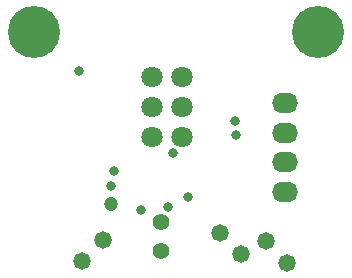
<source format=gbs>
G04 Layer_Color=16711935*
%FSLAX43Y43*%
%MOMM*%
G71*
G01*
G75*
%ADD33C,4.403*%
%ADD34C,1.473*%
%ADD35C,1.403*%
%ADD36C,1.203*%
%ADD37O,2.203X1.703*%
%ADD38C,0.803*%
%ADD39C,1.803*%
D33*
X3000Y20750D02*
D03*
X27000D02*
D03*
D34*
X8810Y3150D02*
D03*
X7014Y1354D02*
D03*
X18704Y3796D02*
D03*
X20500Y2000D02*
D03*
X22579Y3046D02*
D03*
X24375Y1250D02*
D03*
D35*
X13708Y2215D02*
D03*
Y4715D02*
D03*
D36*
X9500Y6250D02*
D03*
D37*
X24250Y14750D02*
D03*
Y12250D02*
D03*
Y9750D02*
D03*
Y7250D02*
D03*
D38*
X6750Y17500D02*
D03*
X9500Y7750D02*
D03*
X9700Y9000D02*
D03*
X20095Y12095D02*
D03*
X14343Y6000D02*
D03*
X12000Y5750D02*
D03*
X16000Y6850D02*
D03*
X20000Y13250D02*
D03*
X14750Y10500D02*
D03*
D39*
X15500Y17000D02*
D03*
X12960Y14460D02*
D03*
Y11920D02*
D03*
X15500D02*
D03*
Y14460D02*
D03*
X12960Y17000D02*
D03*
M02*

</source>
